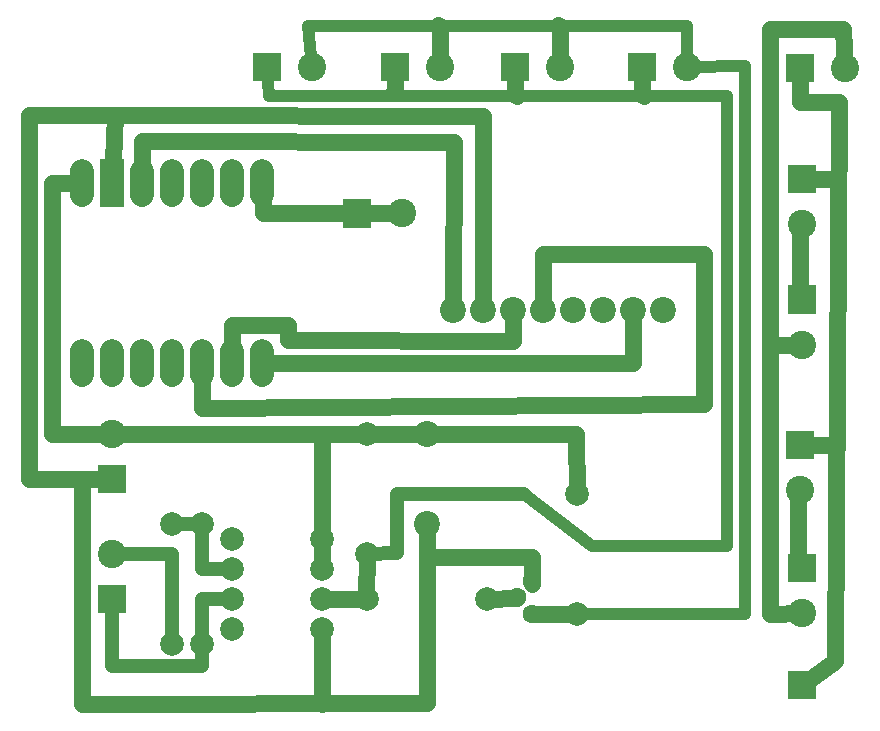
<source format=gbr>
%FSLAX34Y34*%
%MOMM*%
%LNCOPPER_BOTTOM*%
G71*
G01*
%ADD10C,2.000*%
%ADD11C,2.200*%
%ADD12C,1.600*%
%ADD13C,1.200*%
%ADD14C,1.400*%
%ADD15C,2.200*%
%ADD16C,2.000*%
%ADD17C,1.000*%
%ADD18C,2.400*%
%LPD*%
X-504825Y200025D02*
G54D10*
D03*
X-504825Y174625D02*
G54D10*
D03*
X-504825Y149225D02*
G54D10*
D03*
X-504825Y123825D02*
G54D10*
D03*
X-428625Y200025D02*
G54D10*
D03*
X-428625Y174625D02*
G54D10*
D03*
X-428625Y149225D02*
G54D10*
D03*
X-428625Y123825D02*
G54D10*
D03*
X-530225Y212725D02*
G54D10*
D03*
X-530225Y111125D02*
G54D10*
D03*
X-555625Y212725D02*
G54D10*
D03*
X-555625Y111125D02*
G54D10*
D03*
X-390525Y288925D02*
G54D10*
D03*
X-390525Y187325D02*
G54D10*
D03*
X-288925Y149225D02*
G54D10*
D03*
X-390525Y149225D02*
G54D10*
D03*
X-212725Y238125D02*
G54D10*
D03*
X-212725Y136525D02*
G54D10*
D03*
X-241300Y393700D02*
G54D11*
D03*
X-215900Y393700D02*
G54D11*
D03*
X-190500Y393700D02*
G54D11*
D03*
X-165100Y393700D02*
G54D11*
D03*
X-139700Y393700D02*
G54D11*
D03*
X-250825Y136525D02*
G54D12*
D03*
X-263525Y150525D02*
G54D12*
D03*
X-250825Y164525D02*
G54D12*
D03*
G54D13*
X-606425Y187325D02*
X-555575Y187325D01*
X-555625Y111125D01*
G54D13*
X-606425Y149225D02*
X-606425Y92075D01*
X-530225Y92075D01*
X-530225Y111125D01*
G54D13*
X-555625Y212725D02*
X-530225Y212725D01*
X-530225Y174625D01*
X-504825Y174625D01*
G54D13*
X-504825Y149225D02*
X-530225Y149225D01*
X-530225Y111125D01*
G54D14*
X-606425Y288925D02*
X-213603Y288647D01*
X-212725Y238125D01*
G54D14*
X-606425Y250825D02*
X-631825Y250825D01*
X-631825Y60325D01*
X-339725Y61119D01*
G54D14*
X-428625Y123825D02*
X-428625Y60325D01*
G54D14*
X-428625Y174625D02*
X-428625Y200025D01*
X-428625Y287734D01*
G54D14*
X-288925Y149225D02*
X-263525Y150128D01*
G54D14*
X-250825Y161925D02*
X-250825Y184725D01*
X-338138Y184725D01*
G54D14*
X-250825Y136525D02*
X-212725Y136525D01*
X-339725Y288925D02*
G54D15*
D03*
X-339725Y212725D02*
G54D15*
D03*
G54D16*
X-530225Y359098D02*
X-530225Y339098D01*
G54D16*
X-555625Y359098D02*
X-555625Y339098D01*
G54D16*
X-581025Y359098D02*
X-581025Y339098D01*
G54D16*
X-606425Y359098D02*
X-606425Y339098D01*
G54D16*
X-631825Y359098D02*
X-631825Y339098D01*
G54D16*
X-479425Y359098D02*
X-479425Y339098D01*
G54D16*
X-504825Y359098D02*
X-504825Y339098D01*
G54D16*
X-530225Y511498D02*
X-530225Y491498D01*
G54D16*
X-555625Y511498D02*
X-555625Y491498D01*
G54D16*
X-581025Y511498D02*
X-581025Y491498D01*
G54D16*
X-479425Y511498D02*
X-479425Y491498D01*
G54D16*
X-504825Y511498D02*
X-504825Y491498D01*
G36*
X-596425Y521498D02*
X-596425Y481498D01*
X-616425Y481498D01*
X-616425Y521498D01*
X-596425Y521498D01*
G37*
G54D16*
X-631825Y491498D02*
X-631825Y511498D01*
G54D13*
X-390525Y187325D02*
X-365209Y188238D01*
X-365125Y238522D01*
X-257175Y238522D01*
G54D14*
X-631825Y250825D02*
X-676275Y250825D01*
X-676275Y558800D01*
X-603250Y558800D01*
X-606425Y501498D01*
G54D14*
X-339725Y212725D02*
X-339725Y61119D01*
G54D14*
X-390525Y187325D02*
X-390922Y150019D01*
G54D14*
X-428625Y149225D02*
X-391284Y149225D01*
X-391006Y148947D01*
G54D17*
X-212725Y136525D02*
X-69850Y136525D01*
X-69850Y600075D01*
X-119172Y599432D01*
X-119172Y634357D01*
G54D17*
X-257175Y238522D02*
X-200025Y193675D01*
X-85725Y193675D01*
X-85725Y574675D01*
X-155575Y574675D01*
G36*
X-618425Y262825D02*
X-594425Y262825D01*
X-594425Y238825D01*
X-618425Y238825D01*
X-618425Y262825D01*
G37*
X-606425Y288925D02*
G54D18*
D03*
G36*
X-618425Y161225D02*
X-594425Y161225D01*
X-594425Y137225D01*
X-618425Y137225D01*
X-618425Y161225D01*
G37*
X-606425Y187325D02*
G54D18*
D03*
X-317500Y393700D02*
G54D11*
D03*
X-292100Y393700D02*
G54D11*
D03*
X-266700Y393700D02*
G54D11*
D03*
G36*
X-145272Y611432D02*
X-145272Y587432D01*
X-169272Y587432D01*
X-169272Y611432D01*
X-145272Y611432D01*
G37*
X-119172Y599432D02*
G54D18*
D03*
G36*
X-253222Y611432D02*
X-253222Y587432D01*
X-277222Y587432D01*
X-277222Y611432D01*
X-253222Y611432D01*
G37*
X-227122Y599432D02*
G54D18*
D03*
G36*
X-386572Y487607D02*
X-386572Y463607D01*
X-410572Y463607D01*
X-410572Y487607D01*
X-386572Y487607D01*
G37*
X-360472Y475607D02*
G54D18*
D03*
G36*
X-354822Y611432D02*
X-354822Y587432D01*
X-378822Y587432D01*
X-378822Y611432D01*
X-354822Y611432D01*
G37*
X-328722Y599432D02*
G54D18*
D03*
G36*
X-462772Y611432D02*
X-462772Y587432D01*
X-486772Y587432D01*
X-486772Y611432D01*
X-462772Y611432D01*
G37*
X-436672Y599432D02*
G54D18*
D03*
G54D14*
X-366822Y599432D02*
X-366822Y579328D01*
X-368300Y577850D01*
G54D14*
X-328722Y599432D02*
X-328722Y633522D01*
X-330200Y635000D01*
G54D14*
X-265222Y599432D02*
X-265222Y576372D01*
X-263525Y574675D01*
G54D14*
X-227122Y599432D02*
X-227122Y633522D01*
X-228600Y635000D01*
G54D14*
X-157272Y599432D02*
X-157272Y576372D01*
X-155575Y574675D01*
G54D14*
X-631825Y501498D02*
X-657225Y501650D01*
X-657225Y288925D01*
X-606425Y288925D01*
G54D17*
X-474772Y599432D02*
X-473075Y574675D01*
X-155575Y574675D01*
G54D17*
X-436672Y599432D02*
X-439847Y634357D01*
X-119172Y634357D01*
G54D14*
X-581025Y501498D02*
X-581025Y536575D01*
X-316840Y536423D01*
X-317500Y393700D01*
G54D14*
X-292100Y393700D02*
X-291689Y558389D01*
X-603250Y558800D01*
G54D14*
X-266700Y393700D02*
X-266959Y367889D01*
X-457200Y368300D01*
X-457200Y381000D01*
X-504825Y381000D01*
X-504825Y349098D01*
G54D14*
X-165100Y393700D02*
X-165359Y348839D01*
X-479425Y349098D01*
G54D14*
X-241300Y393700D02*
X-241559Y440914D01*
X-104775Y441325D01*
X-104775Y314325D01*
X-530225Y311150D01*
X-530225Y349098D01*
G54D14*
X-398572Y475607D02*
X-360472Y475607D01*
G54D14*
X-479425Y501498D02*
X-478438Y476098D01*
X-398572Y475607D01*
G36*
X-11766Y267656D02*
X-35766Y267656D01*
X-35766Y291656D01*
X-11766Y291656D01*
X-11766Y267656D01*
G37*
X-23766Y241556D02*
G54D18*
D03*
G36*
X-10179Y493080D02*
X-34179Y493080D01*
X-34179Y517080D01*
X-10179Y517080D01*
X-10179Y493080D01*
G37*
X-22179Y466980D02*
G54D18*
D03*
G36*
X-10179Y390692D02*
X-34179Y390692D01*
X-34179Y414692D01*
X-10179Y414692D01*
X-10179Y390692D01*
G37*
X-22179Y364592D02*
G54D18*
D03*
G36*
X-10179Y163680D02*
X-34179Y163680D01*
X-34179Y187680D01*
X-10179Y187680D01*
X-10179Y163680D01*
G37*
X-22179Y137580D02*
G54D18*
D03*
G36*
X-11922Y610644D02*
X-11922Y586644D01*
X-35922Y586644D01*
X-35922Y610644D01*
X-11922Y610644D01*
G37*
X14178Y598644D02*
G54D18*
D03*
G36*
X-34225Y88200D02*
X-10225Y88200D01*
X-10225Y64200D01*
X-34225Y64200D01*
X-34225Y88200D01*
G37*
G54D14*
X-23922Y598644D02*
X-23812Y569912D01*
X8956Y570078D01*
X6241Y96946D01*
X-22225Y76200D01*
G54D14*
X-22179Y505080D02*
X7938Y504825D01*
G54D14*
X-23766Y279656D02*
X7938Y279400D01*
G54D14*
X-23766Y466980D02*
X-23766Y402692D01*
G54D14*
X-25354Y241556D02*
X-25354Y177267D01*
G54D14*
X14178Y598644D02*
X12700Y631825D01*
X-49212Y631825D01*
X-49212Y136525D01*
X-22179Y137580D01*
G54D14*
X-22179Y364592D02*
X-48680Y364592D01*
X-49212Y365125D01*
M02*

</source>
